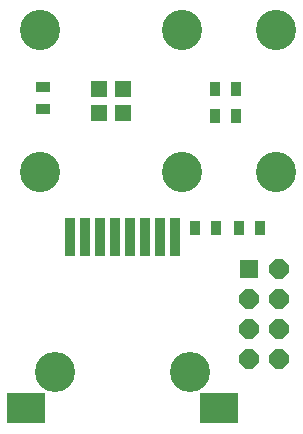
<source format=gbr>
G04 EAGLE Gerber RS-274X export*
G75*
%MOMM*%
%FSLAX34Y34*%
%LPD*%
%INSoldermask Top*%
%IPPOS*%
%AMOC8*
5,1,8,0,0,1.08239X$1,22.5*%
G01*
%ADD10R,1.301600X0.901600*%
%ADD11R,0.901600X1.301600*%
%ADD12R,0.901600X3.301600*%
%ADD13R,3.221600X2.641600*%
%ADD14C,3.401600*%
%ADD15R,1.625600X1.625600*%
%ADD16P,1.759533X8X292.500000*%
%ADD17C,3.403600*%
%ADD18R,1.401600X1.401600*%


D10*
X32500Y291500D03*
X32500Y273500D03*
D11*
X198500Y172500D03*
X216500Y172500D03*
X161000Y172500D03*
X179000Y172500D03*
X178000Y267500D03*
X196000Y267500D03*
X178000Y290000D03*
X196000Y290000D03*
D12*
X144450Y165200D03*
X131750Y165200D03*
X119050Y165200D03*
X106350Y165200D03*
X93650Y165200D03*
X80950Y165200D03*
X68250Y165200D03*
X55550Y165200D03*
D13*
X181700Y20000D03*
X18300Y20000D03*
D14*
X157150Y50500D03*
X42850Y50500D03*
D15*
X207300Y138100D03*
D16*
X232700Y138100D03*
X207300Y112700D03*
X232700Y112700D03*
X207300Y87300D03*
X232700Y87300D03*
X207300Y61900D03*
X232700Y61900D03*
D17*
X30000Y340000D03*
X150000Y340000D03*
X30000Y220000D03*
X150000Y220000D03*
D18*
X80000Y270000D03*
X80000Y290000D03*
X100000Y290000D03*
X100000Y270000D03*
D17*
X230000Y340000D03*
X230000Y220000D03*
M02*

</source>
